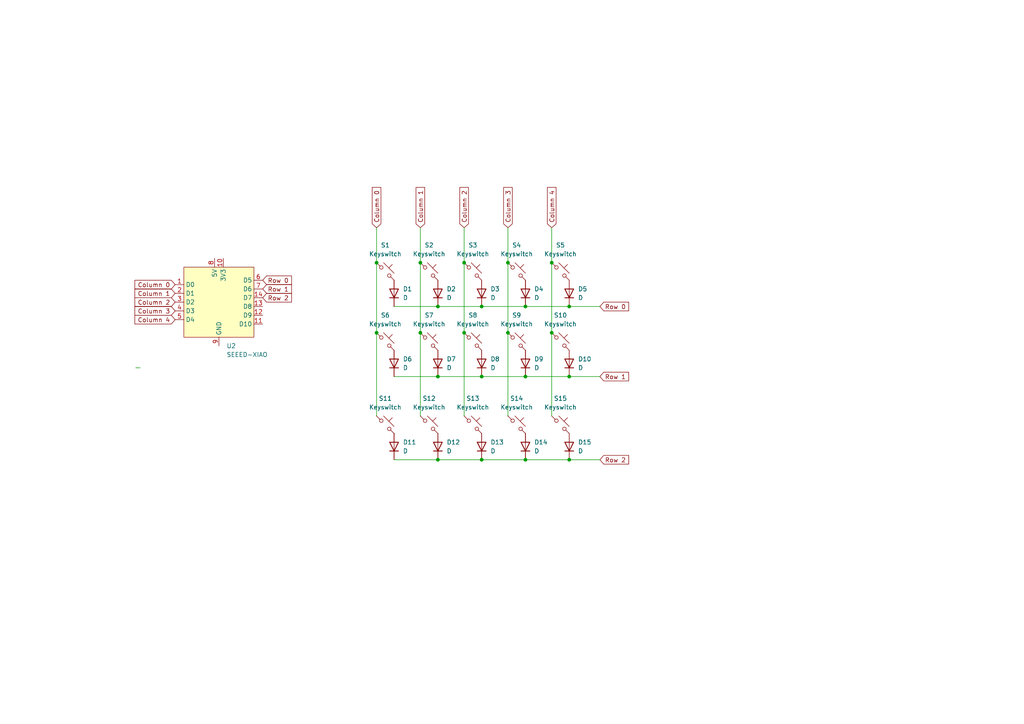
<source format=kicad_sch>
(kicad_sch (version 20231120) (generator "eeschema") (generator_version "8.0")
  (paper "A4")
  (lib_symbols
    (symbol "Device:D" (pin_numbers hide) (pin_names (offset 1.016) hide)
      (property "Reference" "D" (at 0 2.54 0))
      (property "Value" "D" (at 0 -2.54 0))
      (symbol "D_0_1"
        (polyline (pts (xy -1.27 1.27) (xy -1.27 -1.27)) (stroke (width 0.254)))
        (polyline (pts (xy 1.27 0) (xy -1.27 0)))
        (polyline (pts (xy 1.27 1.27) (xy 1.27 -1.27) (xy -1.27 0) (xy 1.27 1.27)) (stroke (width 0.254)))
      )
      (symbol "D_1_1"
        (pin passive line (at -3.81 0 0) (length 2.54) (name "K") (number "1"))
        (pin passive line (at 3.81 0 180) (length 2.54) (name "A") (number "2"))
      )
    )
    (symbol "SEEED-XIAO:SEEED-XIAO"
      (property "Reference" "U" (at 2.794 13.716 0))
      (property "Value" "SEEED-XIAO" (at -0.254 0 0))
      (symbol "SEEED-XIAO_0_1"
        (rectangle (start -10.16 10.16) (end 10.16 -10.16) (fill (type background)))
      )
      (symbol "SEEED-XIAO_1_1"
        (pin bidirectional line (at -12.7 5.08 0) (length 2.54) (name "D0") (number "1"))
        (pin power_in line (at 1.27 12.7 270) (length 2.54) (name "3V3") (number "10"))
        (pin bidirectional line (at 12.7 -6.35 180) (length 2.54) (name "D10") (number "11"))
        (pin bidirectional line (at 12.7 -3.81 180) (length 2.54) (name "D9") (number "12"))
        (pin bidirectional line (at 12.7 -1.27 180) (length 2.54) (name "D8") (number "13"))
        (pin bidirectional line (at 12.7 1.27 180) (length 2.54) (name "D7") (number "14"))
        (pin bidirectional line (at -12.7 2.54 0) (length 2.54) (name "D1") (number "2"))
        (pin bidirectional line (at -12.7 0 0) (length 2.54) (name "D2") (number "3"))
        (pin bidirectional line (at -12.7 -2.54 0) (length 2.54) (name "D3") (number "4"))
        (pin bidirectional line (at -12.7 -5.08 0) (length 2.54) (name "D4") (number "5"))
        (pin bidirectional line (at 12.7 6.35 180) (length 2.54) (name "D5") (number "6"))
        (pin bidirectional line (at 12.7 3.81 180) (length 2.54) (name "D6") (number "7"))
        (pin power_in line (at -1.27 12.7 270) (length 2.54) (name "5V") (number "8"))
        (pin power_in line (at 0 -12.7 90) (length 2.54) (name "GND") (number "9"))
      )
    )
    (symbol "ScottoKeebs:Placeholder_Keyswitch" (pin_numbers hide) (pin_names (offset 1.016) hide)
      (property "Reference" "S" (at 3.048 1.016 0))
      (property "Value" "Keyswitch" (at 0 -3.81 0))
      (symbol "Placeholder_Keyswitch_0_1"
        (circle (center -1.1684 1.1684) (radius 0.508))
        (polyline (pts (xy -0.508 2.54) (xy 2.54 -0.508)))
        (polyline (pts (xy 1.016 1.016) (xy 2.032 2.032)))
        (polyline (pts (xy -2.54 2.54) (xy -1.524 1.524) (xy -1.524 1.524)))
        (polyline (pts (xy 1.524 -1.524) (xy 2.54 -2.54) (xy 2.54 -2.54) (xy 2.54 -2.54)))
        (circle (center 1.143 -1.1938) (radius 0.508))
        (pin passive line (at -2.54 2.54 0) (length 0) (name "1") (number "1"))
        (pin passive line (at 2.54 -2.54 180) (length 0) (name "2") (number "2"))
      )
    )
  )
  (junction (at 127 109.22))
  (junction (at 121.92 76.2))
  (junction (at 139.7 109.22))
  (junction (at 134.62 76.2))
  (junction (at 139.7 133.35))
  (junction (at 127 133.35))
  (junction (at 109.22 96.52))
  (junction (at 147.32 76.2))
  (junction (at 152.4 133.35))
  (junction (at 165.1 88.9))
  (junction (at 139.7 88.9))
  (junction (at 160.02 96.52))
  (junction (at 147.32 96.52))
  (junction (at 160.02 76.2))
  (junction (at 109.22 76.2))
  (junction (at 121.92 96.52))
  (junction (at 134.62 96.52))
  (junction (at 165.1 109.22))
  (junction (at 127 88.9))
  (junction (at 152.4 88.9))
  (junction (at 152.4 109.22))
  (junction (at 165.1 133.35))
  (wire (pts (xy 160.02 96.52) (xy 160.02 120.65)))
  (wire (pts (xy 109.22 66.04) (xy 109.22 76.2)))
  (wire (pts (xy 139.7 133.35) (xy 152.4 133.35)))
  (wire (pts (xy 39.37 106.68) (xy 40.64 106.68)))
  (wire (pts (xy 127 109.22) (xy 139.7 109.22)))
  (wire (pts (xy 160.02 66.04) (xy 160.02 76.2)))
  (wire (pts (xy 147.32 96.52) (xy 147.32 120.65)))
  (wire (pts (xy 160.02 76.2) (xy 160.02 96.52)))
  (wire (pts (xy 127 133.35) (xy 139.7 133.35)))
  (wire (pts (xy 134.62 76.2) (xy 134.62 96.52)))
  (wire (pts (xy 152.4 88.9) (xy 165.1 88.9)))
  (wire (pts (xy 147.32 76.2) (xy 147.32 96.52)))
  (wire (pts (xy 127 88.9) (xy 139.7 88.9)))
  (wire (pts (xy 173.99 109.22) (xy 165.1 109.22)))
  (wire (pts (xy 121.92 96.52) (xy 121.92 120.65)))
  (wire (pts (xy 152.4 109.22) (xy 165.1 109.22)))
  (wire (pts (xy 139.7 109.22) (xy 152.4 109.22)))
  (wire (pts (xy 109.22 76.2) (xy 109.22 96.52)))
  (wire (pts (xy 139.7 88.9) (xy 152.4 88.9)))
  (wire (pts (xy 114.3 109.22) (xy 127 109.22)))
  (wire (pts (xy 121.92 66.04) (xy 121.92 76.2)))
  (wire (pts (xy 173.99 133.35) (xy 165.1 133.35)))
  (wire (pts (xy 134.62 96.52) (xy 134.62 120.65)))
  (wire (pts (xy 134.62 66.04) (xy 134.62 76.2)))
  (wire (pts (xy 114.3 133.35) (xy 127 133.35)))
  (wire (pts (xy 147.32 66.04) (xy 147.32 76.2)))
  (wire (pts (xy 109.22 96.52) (xy 109.22 120.65)))
  (wire (pts (xy 121.92 76.2) (xy 121.92 96.52)))
  (wire (pts (xy 173.99 88.9) (xy 165.1 88.9)))
  (wire (pts (xy 152.4 133.35) (xy 165.1 133.35)))
  (wire (pts (xy 114.3 88.9) (xy 127 88.9)))
  (global_label "Row 0" (shape input) (at 76.2 81.28 0) (property "Intersheetrefs" "${INTERSHEET_REFS}" (effects (hide yes))))
  (global_label "Column 1" (shape input) (at 50.8 85.09 180) (property "Intersheetrefs" "${INTERSHEET_REFS}" (effects (hide yes))))
  (global_label "Column 2" (shape input) (at 134.62 66.04 90) (property "Intersheetrefs" "${INTERSHEET_REFS}" (effects (hide yes))))
  (global_label "Column 2" (shape input) (at 50.8 87.63 180) (property "Intersheetrefs" "${INTERSHEET_REFS}" (effects (hide yes))))
  (global_label "Row 2" (shape input) (at 76.2 86.36 0) (property "Intersheetrefs" "${INTERSHEET_REFS}" (effects (hide yes))))
  (global_label "Column 4" (shape input) (at 160.02 66.04 90) (property "Intersheetrefs" "${INTERSHEET_REFS}" (effects (hide yes))))
  (global_label "Row 1" (shape input) (at 173.99 109.22 0) (property "Intersheetrefs" "${INTERSHEET_REFS}" (effects (hide yes))))
  (global_label "Column 0" (shape input) (at 50.8 82.55 180) (property "Intersheetrefs" "${INTERSHEET_REFS}" (effects (hide yes))))
  (global_label "Column 3" (shape input) (at 50.8 90.17 180) (property "Intersheetrefs" "${INTERSHEET_REFS}" (effects (hide yes))))
  (global_label "Column 1" (shape input) (at 121.92 66.04 90) (property "Intersheetrefs" "${INTERSHEET_REFS}" (effects (hide yes))))
  (global_label "Row 0" (shape input) (at 173.99 88.9 0) (property "Intersheetrefs" "${INTERSHEET_REFS}" (effects (hide yes))))
  (global_label "Column 0" (shape input) (at 109.22 66.04 90) (property "Intersheetrefs" "${INTERSHEET_REFS}" (effects (hide yes))))
  (global_label "Column 3" (shape input) (at 147.32 66.04 90) (property "Intersheetrefs" "${INTERSHEET_REFS}" (effects (hide yes))))
  (global_label "Row 1" (shape input) (at 76.2 83.82 0) (property "Intersheetrefs" "${INTERSHEET_REFS}" (effects (hide yes))))
  (global_label "Row 2" (shape input) (at 173.99 133.35 0) (property "Intersheetrefs" "${INTERSHEET_REFS}" (effects (hide yes))))
  (global_label "Column 4" (shape input) (at 50.8 92.71 180) (property "Intersheetrefs" "${INTERSHEET_REFS}" (effects (hide yes))))
  (symbol (lib_id "Device:D") (at 152.4 105.41 90) (unit 1)
    (property "Reference" "D9" (at 154.94 104.1399 90) (effects (justify right)))
    (property "Value" "D" (at 154.94 106.6799 90) (effects (justify right)))
    (property "Footprint" "ScottoKeebs_Components:Diode_DO-35" (effects (hide yes)))
    (property "Description" "Diode" (effects (hide yes)))
    (property "Sim.Device" "D" (effects (hide yes)))
    (property "Sim.Pins" "1=K 2=A" (effects (hide yes)))
  )
  (symbol (lib_id "ScottoKeebs:Placeholder_Keyswitch") (at 124.46 123.19 0) (unit 1)
    (property "Reference" "S12" (at 124.46 115.57 0))
    (property "Value" "Keyswitch" (at 124.46 118.11 0))
    (property "Footprint" "ScottoKeebs_MX:MX_PCB_1.00u" (effects (hide yes)))
    (property "Description" "Push button switch, normally open, two pins, 45° tilted" (effects (hide yes)))
  )
  (symbol (lib_id "ScottoKeebs:Placeholder_Keyswitch") (at 162.56 99.06 0) (unit 1)
    (property "Reference" "S10" (at 162.56 91.44 0))
    (property "Value" "Keyswitch" (at 162.56 93.98 0))
    (property "Footprint" "ScottoKeebs_MX:MX_PCB_1.00u" (effects (hide yes)))
    (property "Description" "Push button switch, normally open, two pins, 45° tilted" (effects (hide yes)))
  )
  (symbol (lib_id "Device:D") (at 152.4 129.54 90) (unit 1)
    (property "Reference" "D14" (at 154.94 128.2699 90) (effects (justify right)))
    (property "Value" "D" (at 154.94 130.8099 90) (effects (justify right)))
    (property "Footprint" "ScottoKeebs_Components:Diode_DO-35" (effects (hide yes)))
    (property "Description" "Diode" (effects (hide yes)))
    (property "Sim.Device" "D" (effects (hide yes)))
    (property "Sim.Pins" "1=K 2=A" (effects (hide yes)))
  )
  (symbol (lib_id "Device:D") (at 139.7 105.41 90) (unit 1)
    (property "Reference" "D8" (at 142.24 104.1399 90) (effects (justify right)))
    (property "Value" "D" (at 142.24 106.6799 90) (effects (justify right)))
    (property "Footprint" "ScottoKeebs_Components:Diode_DO-35" (effects (hide yes)))
    (property "Description" "Diode" (effects (hide yes)))
    (property "Sim.Device" "D" (effects (hide yes)))
    (property "Sim.Pins" "1=K 2=A" (effects (hide yes)))
  )
  (symbol (lib_id "ScottoKeebs:Placeholder_Keyswitch") (at 111.76 123.19 0) (unit 1)
    (property "Reference" "S11" (at 111.76 115.57 0))
    (property "Value" "Keyswitch" (at 111.76 118.11 0))
    (property "Footprint" "ScottoKeebs_MX:MX_PCB_1.00u" (effects (hide yes)))
    (property "Description" "Push button switch, normally open, two pins, 45° tilted" (effects (hide yes)))
  )
  (symbol (lib_id "SEEED-XIAO:SEEED-XIAO") (at 63.5 87.63 0) (unit 1)
    (property "Reference" "U2" (at 65.6941 100.33 0) (effects (justify left)))
    (property "Value" "SEEED-XIAO" (at 65.6941 102.87 0) (effects (justify left)))
    (property "Footprint" "ScottoKeebs_MCU:Seeed_XIAO_RP2040" (effects (hide yes)))
    (property "Datasheet" "https://wiki.seeedstudio.com/XIAO-RP2040/#hardware-overview" (effects (hide yes)))
    (property "Description" "Seeed Studio XIAO board (datasheet is for RP2040, supports more boards)" (effects (hide yes)))
  )
  (symbol (lib_id "Device:D") (at 114.3 105.41 90) (unit 1)
    (property "Reference" "D6" (at 116.84 104.1399 90) (effects (justify right)))
    (property "Value" "D" (at 116.84 106.6799 90) (effects (justify right)))
    (property "Footprint" "ScottoKeebs_Components:Diode_DO-35" (effects (hide yes)))
    (property "Description" "Diode" (effects (hide yes)))
    (property "Sim.Device" "D" (effects (hide yes)))
    (property "Sim.Pins" "1=K 2=A" (effects (hide yes)))
  )
  (symbol (lib_id "ScottoKeebs:Placeholder_Keyswitch") (at 137.16 99.06 0) (unit 1)
    (property "Reference" "S8" (at 137.16 91.44 0))
    (property "Value" "Keyswitch" (at 137.16 93.98 0))
    (property "Footprint" "ScottoKeebs_MX:MX_PCB_1.00u" (effects (hide yes)))
    (property "Description" "Push button switch, normally open, two pins, 45° tilted" (effects (hide yes)))
  )
  (symbol (lib_id "ScottoKeebs:Placeholder_Keyswitch") (at 124.46 78.74 0) (unit 1)
    (property "Reference" "S2" (at 124.46 71.12 0))
    (property "Value" "Keyswitch" (at 124.46 73.66 0))
    (property "Footprint" "ScottoKeebs_MX:MX_PCB_1.00u" (effects (hide yes)))
    (property "Description" "Push button switch, normally open, two pins, 45° tilted" (effects (hide yes)))
  )
  (symbol (lib_id "Device:D") (at 152.4 85.09 90) (unit 1)
    (property "Reference" "D4" (at 154.94 83.8199 90) (effects (justify right)))
    (property "Value" "D" (at 154.94 86.3599 90) (effects (justify right)))
    (property "Footprint" "ScottoKeebs_Components:Diode_DO-35" (effects (hide yes)))
    (property "Description" "Diode" (effects (hide yes)))
    (property "Sim.Device" "D" (effects (hide yes)))
    (property "Sim.Pins" "1=K 2=A" (effects (hide yes)))
  )
  (symbol (lib_id "Device:D") (at 114.3 85.09 90) (unit 1)
    (property "Reference" "D1" (at 116.84 83.8199 90) (effects (justify right)))
    (property "Value" "D" (at 116.84 86.3599 90) (effects (justify right)))
    (property "Footprint" "ScottoKeebs_Components:Diode_DO-35" (effects (hide yes)))
    (property "Description" "Diode" (effects (hide yes)))
    (property "Sim.Device" "D" (effects (hide yes)))
    (property "Sim.Pins" "1=K 2=A" (effects (hide yes)))
  )
  (symbol (lib_id "ScottoKeebs:Placeholder_Keyswitch") (at 137.16 78.74 0) (unit 1)
    (property "Reference" "S3" (at 137.16 71.12 0))
    (property "Value" "Keyswitch" (at 137.16 73.66 0))
    (property "Footprint" "ScottoKeebs_MX:MX_PCB_1.00u" (effects (hide yes)))
    (property "Description" "Push button switch, normally open, two pins, 45° tilted" (effects (hide yes)))
  )
  (symbol (lib_id "ScottoKeebs:Placeholder_Keyswitch") (at 124.46 99.06 0) (unit 1)
    (property "Reference" "S7" (at 124.46 91.44 0))
    (property "Value" "Keyswitch" (at 124.46 93.98 0))
    (property "Footprint" "ScottoKeebs_MX:MX_PCB_1.00u" (effects (hide yes)))
    (property "Description" "Push button switch, normally open, two pins, 45° tilted" (effects (hide yes)))
  )
  (symbol (lib_id "ScottoKeebs:Placeholder_Keyswitch") (at 149.86 78.74 0) (unit 1)
    (property "Reference" "S4" (at 149.86 71.12 0))
    (property "Value" "Keyswitch" (at 149.86 73.66 0))
    (property "Footprint" "ScottoKeebs_MX:MX_PCB_1.00u" (effects (hide yes)))
    (property "Description" "Push button switch, normally open, two pins, 45° tilted" (effects (hide yes)))
  )
  (symbol (lib_id "ScottoKeebs:Placeholder_Keyswitch") (at 111.76 99.06 0) (unit 1)
    (property "Reference" "S6" (at 111.76 91.44 0))
    (property "Value" "Keyswitch" (at 111.76 93.98 0))
    (property "Footprint" "ScottoKeebs_MX:MX_PCB_1.00u" (effects (hide yes)))
    (property "Description" "Push button switch, normally open, two pins, 45° tilted" (effects (hide yes)))
  )
  (symbol (lib_id "ScottoKeebs:Placeholder_Keyswitch") (at 162.56 123.19 0) (unit 1)
    (property "Reference" "S15" (at 162.56 115.57 0))
    (property "Value" "Keyswitch" (at 162.56 118.11 0))
    (property "Footprint" "ScottoKeebs_MX:MX_PCB_1.00u" (effects (hide yes)))
    (property "Description" "Push button switch, normally open, two pins, 45° tilted" (effects (hide yes)))
  )
  (symbol (lib_id "Device:D") (at 165.1 85.09 90) (unit 1)
    (property "Reference" "D5" (at 167.64 83.8199 90) (effects (justify right)))
    (property "Value" "D" (at 167.64 86.3599 90) (effects (justify right)))
    (property "Footprint" "ScottoKeebs_Components:Diode_DO-35" (effects (hide yes)))
    (property "Description" "Diode" (effects (hide yes)))
    (property "Sim.Device" "D" (effects (hide yes)))
    (property "Sim.Pins" "1=K 2=A" (effects (hide yes)))
  )
  (symbol (lib_id "Device:D") (at 127 105.41 90) (unit 1)
    (property "Reference" "D7" (at 129.54 104.1399 90) (effects (justify right)))
    (property "Value" "D" (at 129.54 106.6799 90) (effects (justify right)))
    (property "Footprint" "ScottoKeebs_Components:Diode_DO-35" (effects (hide yes)))
    (property "Description" "Diode" (effects (hide yes)))
    (property "Sim.Device" "D" (effects (hide yes)))
    (property "Sim.Pins" "1=K 2=A" (effects (hide yes)))
  )
  (symbol (lib_id "Device:D") (at 165.1 105.41 90) (unit 1)
    (property "Reference" "D10" (at 167.64 104.1399 90) (effects (justify right)))
    (property "Value" "D" (at 167.64 106.6799 90) (effects (justify right)))
    (property "Footprint" "ScottoKeebs_Components:Diode_DO-35" (effects (hide yes)))
    (property "Description" "Diode" (effects (hide yes)))
    (property "Sim.Device" "D" (effects (hide yes)))
    (property "Sim.Pins" "1=K 2=A" (effects (hide yes)))
  )
  (symbol (lib_id "Device:D") (at 139.7 129.54 90) (unit 1)
    (property "Reference" "D13" (at 142.24 128.2699 90) (effects (justify right)))
    (property "Value" "D" (at 142.24 130.8099 90) (effects (justify right)))
    (property "Footprint" "ScottoKeebs_Components:Diode_DO-35" (effects (hide yes)))
    (property "Description" "Diode" (effects (hide yes)))
    (property "Sim.Device" "D" (effects (hide yes)))
    (property "Sim.Pins" "1=K 2=A" (effects (hide yes)))
  )
  (symbol (lib_id "ScottoKeebs:Placeholder_Keyswitch") (at 111.76 78.74 0) (unit 1)
    (property "Reference" "S1" (at 111.76 71.12 0))
    (property "Value" "Keyswitch" (at 111.76 73.66 0))
    (property "Footprint" "ScottoKeebs_MX:MX_PCB_1.00u" (effects (hide yes)))
    (property "Description" "Push button switch, normally open, two pins, 45° tilted" (effects (hide yes)))
  )
  (symbol (lib_id "ScottoKeebs:Placeholder_Keyswitch") (at 149.86 123.19 0) (unit 1)
    (property "Reference" "S14" (at 149.86 115.57 0))
    (property "Value" "Keyswitch" (at 149.86 118.11 0))
    (property "Footprint" "ScottoKeebs_MX:MX_PCB_1.00u" (effects (hide yes)))
    (property "Description" "Push button switch, normally open, two pins, 45° tilted" (effects (hide yes)))
  )
  (symbol (lib_id "Device:D") (at 114.3 129.54 90) (unit 1)
    (property "Reference" "D11" (at 116.84 128.2699 90) (effects (justify right)))
    (property "Value" "D" (at 116.84 130.8099 90) (effects (justify right)))
    (property "Footprint" "ScottoKeebs_Components:Diode_DO-35" (effects (hide yes)))
    (property "Description" "Diode" (effects (hide yes)))
    (property "Sim.Device" "D" (effects (hide yes)))
    (property "Sim.Pins" "1=K 2=A" (effects (hide yes)))
  )
  (symbol (lib_id "ScottoKeebs:Placeholder_Keyswitch") (at 137.16 123.19 0) (unit 1)
    (property "Reference" "S13" (at 137.16 115.57 0))
    (property "Value" "Keyswitch" (at 137.16 118.11 0))
    (property "Footprint" "ScottoKeebs_MX:MX_PCB_1.00u" (effects (hide yes)))
    (property "Description" "Push button switch, normally open, two pins, 45° tilted" (effects (hide yes)))
  )
  (symbol (lib_id "Device:D") (at 165.1 129.54 90) (unit 1)
    (property "Reference" "D15" (at 167.64 128.2699 90) (effects (justify right)))
    (property "Value" "D" (at 167.64 130.8099 90) (effects (justify right)))
    (property "Footprint" "ScottoKeebs_Components:Diode_DO-35" (effects (hide yes)))
    (property "Description" "Diode" (effects (hide yes)))
    (property "Sim.Device" "D" (effects (hide yes)))
    (property "Sim.Pins" "1=K 2=A" (effects (hide yes)))
  )
  (symbol (lib_id "ScottoKeebs:Placeholder_Keyswitch") (at 162.56 78.74 0) (unit 1)
    (property "Reference" "S5" (at 162.56 71.12 0))
    (property "Value" "Keyswitch" (at 162.56 73.66 0))
    (property "Footprint" "ScottoKeebs_MX:MX_PCB_1.00u" (effects (hide yes)))
    (property "Description" "Push button switch, normally open, two pins, 45° tilted" (effects (hide yes)))
  )
  (symbol (lib_id "Device:D") (at 127 129.54 90) (unit 1)
    (property "Reference" "D12" (at 129.54 128.2699 90) (effects (justify right)))
    (property "Value" "D" (at 129.54 130.8099 90) (effects (justify right)))
    (property "Footprint" "ScottoKeebs_Components:Diode_DO-35" (effects (hide yes)))
    (property "Description" "Diode" (effects (hide yes)))
    (property "Sim.Device" "D" (effects (hide yes)))
    (property "Sim.Pins" "1=K 2=A" (effects (hide yes)))
  )
  (symbol (lib_id "Device:D") (at 139.7 85.09 90) (unit 1)
    (property "Reference" "D3" (at 142.24 83.8199 90) (effects (justify right)))
    (property "Value" "D" (at 142.24 86.3599 90) (effects (justify right)))
    (property "Footprint" "ScottoKeebs_Components:Diode_DO-35" (effects (hide yes)))
    (property "Description" "Diode" (effects (hide yes)))
    (property "Sim.Device" "D" (effects (hide yes)))
    (property "Sim.Pins" "1=K 2=A" (effects (hide yes)))
  )
  (symbol (lib_id "Device:D") (at 127 85.09 90) (unit 1)
    (property "Reference" "D2" (at 129.54 83.8199 90) (effects (justify right)))
    (property "Value" "D" (at 129.54 86.3599 90) (effects (justify right)))
    (property "Footprint" "ScottoKeebs_Components:Diode_DO-35" (effects (hide yes)))
    (property "Description" "Diode" (effects (hide yes)))
    (property "Sim.Device" "D" (effects (hide yes)))
    (property "Sim.Pins" "1=K 2=A" (effects (hide yes)))
  )
  (symbol (lib_id "ScottoKeebs:Placeholder_Keyswitch") (at 149.86 99.06 0) (unit 1)
    (property "Reference" "S9" (at 149.86 91.44 0))
    (property "Value" "Keyswitch" (at 149.86 93.98 0))
    (property "Footprint" "ScottoKeebs_MX:MX_PCB_1.00u" (effects (hide yes)))
    (property "Description" "Push button switch, normally open, two pins, 45° tilted" (effects (hide yes)))
  )
)
</source>
